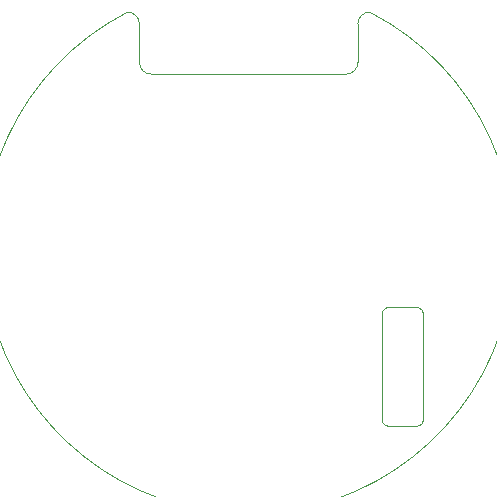
<source format=gm1>
%TF.GenerationSoftware,KiCad,Pcbnew,(6.0.9)*%
%TF.CreationDate,2023-02-02T10:43:15+01:00*%
%TF.ProjectId,ESPBoard,45535042-6f61-4726-942e-6b696361645f,rev?*%
%TF.SameCoordinates,Original*%
%TF.FileFunction,Profile,NP*%
%FSLAX46Y46*%
G04 Gerber Fmt 4.6, Leading zero omitted, Abs format (unit mm)*
G04 Created by KiCad (PCBNEW (6.0.9)) date 2023-02-02 10:43:15*
%MOMM*%
%LPD*%
G01*
G04 APERTURE LIST*
%TA.AperFunction,Profile*%
%ADD10C,0.100000*%
%TD*%
%TA.AperFunction,Profile*%
%ADD11C,0.050000*%
%TD*%
G04 APERTURE END LIST*
D10*
X158250000Y-85250000D02*
G75*
G03*
X159250000Y-84250000I0J1000000D01*
G01*
X141750000Y-85250000D02*
X158250000Y-85250000D01*
X140749999Y-81000000D02*
G75*
G03*
X139750000Y-80000001I-999999J0D01*
G01*
X160250000Y-80000000D02*
G75*
G03*
X159250000Y-81000000I0J-1000000D01*
G01*
X139750000Y-80000001D02*
G75*
G03*
X160250000Y-80000001I10250000J-19999999D01*
G01*
X159250000Y-84250000D02*
X159250000Y-81000000D01*
X140749999Y-81000000D02*
X140750000Y-84250000D01*
X140750000Y-84250000D02*
G75*
G03*
X141750000Y-85250000I1000000J0D01*
G01*
%TO.C,REF\u002A\u002A*%
D11*
X164315545Y-105002139D02*
X164442167Y-105036067D01*
X164555694Y-105101612D01*
X164648388Y-105194306D01*
X164713933Y-105307833D01*
X164747861Y-105434455D01*
X164750000Y-105500000D01*
X164750000Y-114500000D01*
X164747861Y-114565545D01*
X164713932Y-114692167D01*
X164648388Y-114805694D01*
X164555694Y-114898388D01*
X164442167Y-114963932D01*
X164315545Y-114997861D01*
X164250000Y-115000000D01*
X161750000Y-115000000D01*
X161684455Y-114997861D01*
X161557833Y-114963932D01*
X161444306Y-114898388D01*
X161351612Y-114805694D01*
X161286068Y-114692167D01*
X161252139Y-114565545D01*
X161250000Y-114500000D01*
X161250000Y-105500000D01*
X161252139Y-105434455D01*
X161286067Y-105307833D01*
X161351612Y-105194306D01*
X161444306Y-105101612D01*
X161557833Y-105036067D01*
X161684455Y-105002139D01*
X161750000Y-105000000D01*
X164250000Y-105000000D01*
X164315545Y-105002139D01*
%TD*%
M02*

</source>
